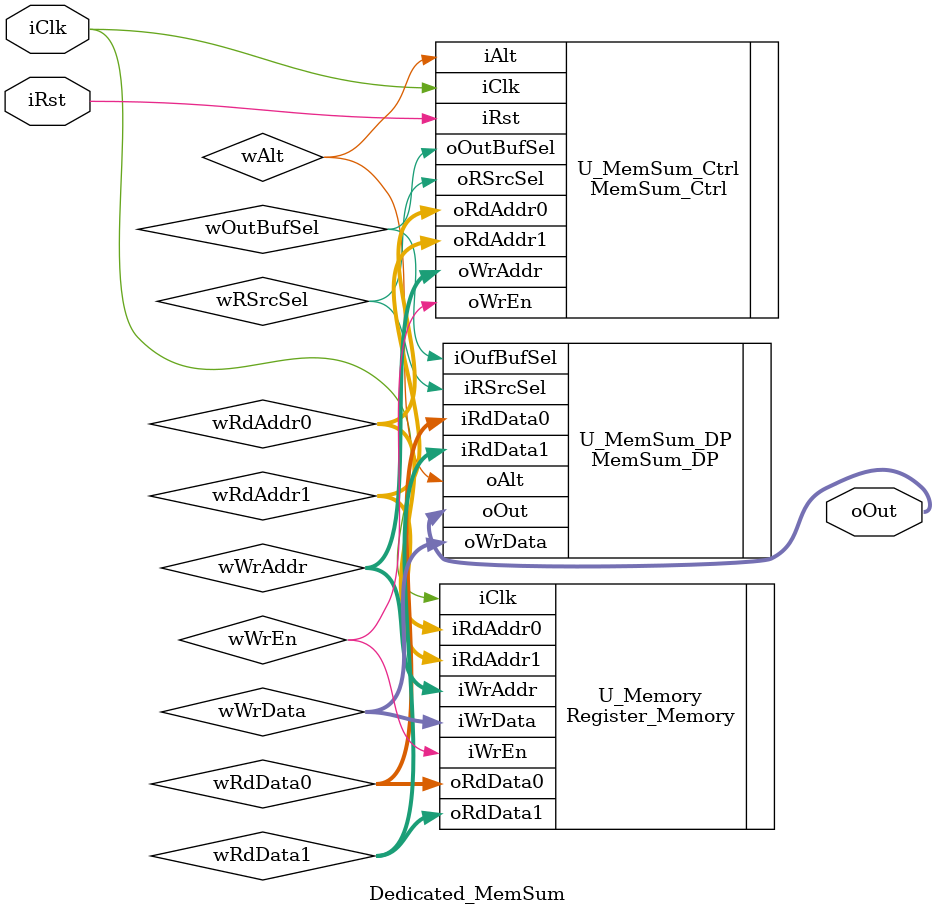
<source format=sv>
`timescale 1ns / 1ps

module Dedicated_MemSum(
    // Clock & Reset
    input   logic           iClk,
    input   logic           iRst,

    output  logic   [7:0]   oOut
    );


    /***********************************************
    // Reg & Wire - Logic
    ***********************************************/
    logic           wRSrcSel;

    logic           wWrEn;
    logic   [1:0]   wWrAddr;
    logic   [7:0]   wWrData;

    logic   [1:0]   wRdAddr0;
    logic   [1:0]   wRdAddr1;
    logic   [7:0]   wRdData0;
    logic   [7:0]   wRdData1;


    /***********************************************
    // Instantiation
    ***********************************************/
    MemSum_Ctrl U_MemSum_Ctrl   (
        .iClk       (iClk),
        .iRst       (iRst),
        .iAlt       (wAlt),
        .oWrEn      (wWrEn),
        .oWrAddr    (wWrAddr),
        .oRdAddr0   (wRdAddr0),
        .oRdAddr1   (wRdAddr1),
        .oRSrcSel   (wRSrcSel),
        .oOutBufSel (wOutBufSel)
    );

    MemSum_DP   U_MemSum_DP (
        //.iClk       (iClk),
        //.iRst       (iRst),
        .iRSrcSel   (wRSrcSel),
        .iOufBufSel (wOutBufSel),
        .iRdData0   (wRdData0),
        .iRdData1   (wRdData1),
        .oWrData    (wWrData),
        .oOut       (oOut),
        .oAlt       (wAlt)
    );

    Register_Memory U_Memory    (
        .iClk       (iClk),
        .iWrEn      (wWrEn),
        .iWrAddr    (wWrAddr),
        .iWrData    (wWrData),
        .iRdAddr0   (wRdAddr0),
        .iRdAddr1   (wRdAddr1),
        .oRdData0   (wRdData0),
        .oRdData1   (wRdData1)
    );

endmodule

</source>
